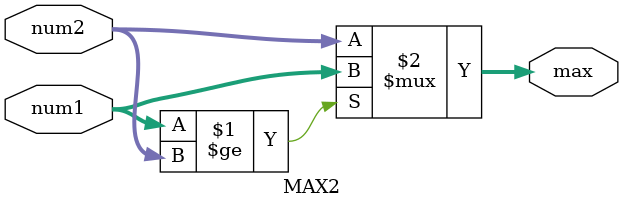
<source format=v>
module MAX2 (
    input  [7:0]         num1, num2,
    output [7:0]         max
);
// Your codes should start from here.
    assign max = ((num1 >= num2)?num1:num2);
// End of your codes.
endmodule
</source>
